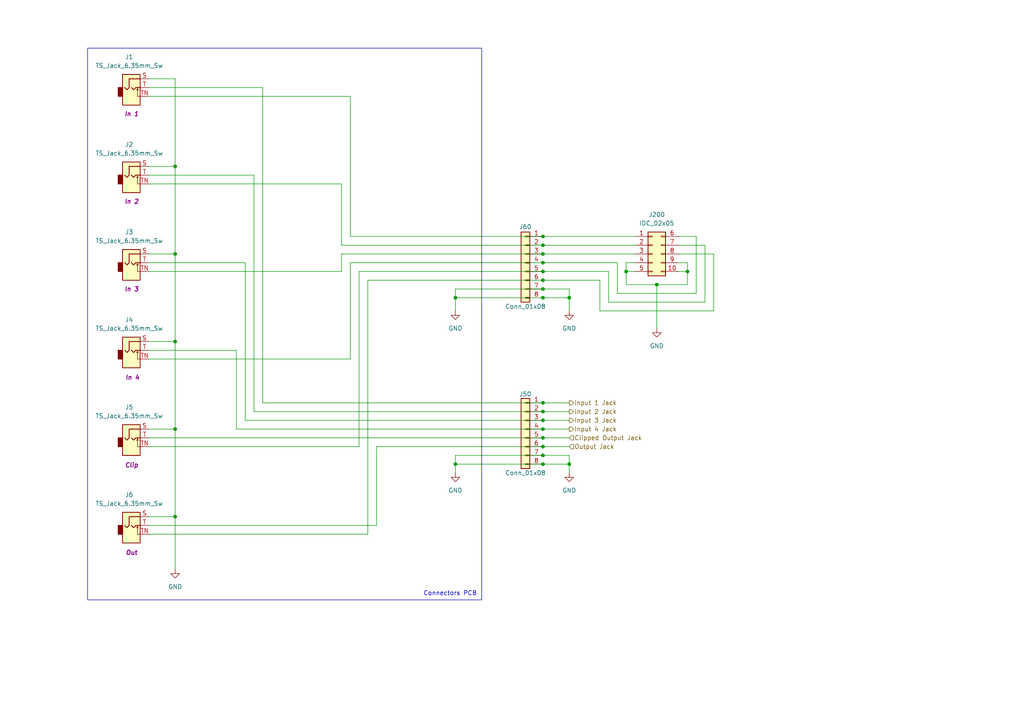
<source format=kicad_sch>
(kicad_sch (version 20231120) (generator "eeschema") (generator_version "8.0")
  (paper "A4")
  (title_block (company "DMH Instruments") (comment 1 "PCB for 5 cm Kosmo format synthesizer module"))
  (lib_symbols
    (symbol "Connector_Generic:Conn_01x08" (pin_names (offset 1.016) hide)
      (property "Reference" "J" (at 0 10.16 0))
      (property "Value" "Conn_01x08" (at 0 -12.7 0))
      (symbol "Conn_01x08_1_1"
        (rectangle (start -1.27 -10.033) (end 0 -10.287) (stroke (width 0.1524)))
        (rectangle (start -1.27 -7.493) (end 0 -7.747) (stroke (width 0.1524)))
        (rectangle (start -1.27 -4.953) (end 0 -5.207) (stroke (width 0.1524)))
        (rectangle (start -1.27 -2.413) (end 0 -2.667) (stroke (width 0.1524)))
        (rectangle (start -1.27 0.127) (end 0 -0.127) (stroke (width 0.1524)))
        (rectangle (start -1.27 2.667) (end 0 2.413) (stroke (width 0.1524)))
        (rectangle (start -1.27 5.207) (end 0 4.953) (stroke (width 0.1524)))
        (rectangle (start -1.27 7.747) (end 0 7.493) (stroke (width 0.1524)))
        (rectangle (start -1.27 8.89) (end 1.27 -11.43) (stroke (width 0.254)) (fill (type background)))
        (pin passive line (at -5.08 7.62 0) (length 3.81) (name "Pin_1") (number "1"))
        (pin passive line (at -5.08 5.08 0) (length 3.81) (name "Pin_2") (number "2"))
        (pin passive line (at -5.08 2.54 0) (length 3.81) (name "Pin_3") (number "3"))
        (pin passive line (at -5.08 0 0) (length 3.81) (name "Pin_4") (number "4"))
        (pin passive line (at -5.08 -2.54 0) (length 3.81) (name "Pin_5") (number "5"))
        (pin passive line (at -5.08 -5.08 0) (length 3.81) (name "Pin_6") (number "6"))
        (pin passive line (at -5.08 -7.62 0) (length 3.81) (name "Pin_7") (number "7"))
        (pin passive line (at -5.08 -10.16 0) (length 3.81) (name "Pin_8") (number "8"))
      )
    )
    (symbol "SynthStuff:BackBone_Connector_10Pin" (pin_names (offset 1.016) hide)
      (property "Reference" "J" (at 0 -10.922 0))
      (property "Value" "IDC_02x05" (at 0 -8.382 0))
      (symbol "BackBone_Connector_10Pin_1_1"
        (rectangle (start -2.54 -4.953) (end -1.27 -5.207) (stroke (width 0.1524)))
        (rectangle (start -2.54 -2.413) (end -1.27 -2.667) (stroke (width 0.1524)))
        (rectangle (start -2.54 0.127) (end -1.27 -0.127) (stroke (width 0.1524)))
        (rectangle (start -2.54 2.667) (end -1.27 2.413) (stroke (width 0.1524)))
        (rectangle (start -2.54 5.207) (end -1.27 4.953) (stroke (width 0.1524)))
        (rectangle (start -2.54 6.35) (end 2.54 -6.35) (stroke (width 0.254)) (fill (type background)))
        (rectangle (start 2.54 -4.953) (end 1.27 -5.207) (stroke (width 0.1524)))
        (rectangle (start 2.54 -2.413) (end 1.27 -2.667) (stroke (width 0.1524)))
        (rectangle (start 2.54 0.127) (end 1.27 -0.127) (stroke (width 0.1524)))
        (rectangle (start 2.54 2.667) (end 1.27 2.413) (stroke (width 0.1524)))
        (rectangle (start 2.54 5.207) (end 1.27 4.953) (stroke (width 0.1524)))
        (pin passive line (at -6.35 5.08 0) (length 3.81) (name "Pin_1") (number "1"))
        (pin passive line (at 6.35 -5.08 180) (length 3.81) (name "Pin_10") (number "10"))
        (pin passive line (at -6.35 2.54 0) (length 3.81) (name "Pin_2") (number "2"))
        (pin passive line (at -6.35 0 0) (length 3.81) (name "Pin_3") (number "3"))
        (pin passive line (at -6.35 -2.54 0) (length 3.81) (name "Pin_4") (number "4"))
        (pin passive line (at -6.35 -5.08 0) (length 3.81) (name "Pin_5") (number "5"))
        (pin passive line (at 6.35 5.08 180) (length 3.81) (name "Pin_6") (number "6"))
        (pin passive line (at 6.35 2.54 180) (length 3.81) (name "Pin_7") (number "7"))
        (pin passive line (at 6.35 0 180) (length 3.81) (name "Pin_8") (number "8"))
        (pin passive line (at 6.35 -2.54 180) (length 3.81) (name "Pin_9") (number "9"))
      )
    )
    (symbol "SynthStuff:TS_Jack_6.35mm_Sw"
      (property "Reference" "J" (at -0.635 8.89 0))
      (property "Value" "TS_Jack_6.35mm_Sw" (at -0.635 6.35 0))
      (symbol "TS_Jack_6.35mm_Sw_0_1"
        (rectangle (start -2.54 0) (end -3.81 -2.54) (stroke (width 0.254)) (fill (type outline)))
        (polyline (pts (xy 1.778 -0.254) (xy 2.032 -0.762)))
        (polyline (pts (xy 0 0) (xy 0.635 -0.635) (xy 1.27 0) (xy 2.54 0)) (stroke (width 0.254)))
        (polyline (pts (xy 2.54 -2.54) (xy 1.778 -2.54) (xy 1.778 -0.254) (xy 1.524 -0.762)))
        (polyline (pts (xy 2.54 2.54) (xy -0.635 2.54) (xy -0.635 0) (xy -1.27 -0.635) (xy -1.905 0)) (stroke (width 0.254)))
        (rectangle (start 2.54 3.81) (end -2.54 -5.08) (stroke (width 0.254)) (fill (type background)))
      )
      (symbol "TS_Jack_6.35mm_Sw_1_1"
        (pin passive line (at 5.08 2.54 180) (length 2.54) (name "~") (number "S"))
        (pin passive line (at 5.08 0 180) (length 2.54) (name "~") (number "T"))
        (pin passive line (at 5.08 -2.54 180) (length 2.54) (name "~") (number "TN"))
      )
    )
    (symbol "power:GND" (power) (pin_numbers hide) (pin_names (offset 0) hide)
      (property "Value" "GND" (at 0 -3.81 0))
      (symbol "GND_0_1"
        (polyline (pts (xy 0 0) (xy 0 -1.27) (xy 1.27 -1.27) (xy 0 -2.54) (xy -1.27 -1.27) (xy 0 -1.27)))
      )
      (symbol "GND_1_1"
        (pin power_in line (at 0 0 270) (length 0) (name "~") (number "1"))
      )
    )
  )
  (junction (at 157.48 86.36))
  (junction (at 157.48 116.84))
  (junction (at 157.48 127))
  (junction (at 165.1 86.36))
  (junction (at 157.48 134.62))
  (junction (at 157.48 81.28))
  (junction (at 199.39 78.74))
  (junction (at 157.48 83.82))
  (junction (at 50.8 124.46))
  (junction (at 190.5 82.55))
  (junction (at 165.1 134.62))
  (junction (at 157.48 71.12))
  (junction (at 157.48 132.08))
  (junction (at 132.08 86.36))
  (junction (at 157.48 129.54))
  (junction (at 157.48 124.46))
  (junction (at 50.8 73.66))
  (junction (at 157.48 119.38))
  (junction (at 181.61 78.74))
  (junction (at 157.48 76.2))
  (junction (at 157.48 78.74))
  (junction (at 157.48 121.92))
  (junction (at 157.48 68.58))
  (junction (at 50.8 48.26))
  (junction (at 50.8 149.86))
  (junction (at 132.08 134.62))
  (junction (at 50.8 99.06))
  (junction (at 157.48 73.66))
  (wire (pts (xy 43.18 104.14) (xy 101.6 104.14)))
  (wire (pts (xy 199.39 76.2) (xy 199.39 78.74)))
  (wire (pts (xy 157.48 134.62) (xy 165.1 134.62)))
  (wire (pts (xy 50.8 149.86) (xy 50.8 165.1)))
  (wire (pts (xy 173.99 90.17) (xy 207.01 90.17)))
  (wire (pts (xy 43.18 127) (xy 157.48 127)))
  (wire (pts (xy 165.1 83.82) (xy 165.1 86.36)))
  (wire (pts (xy 43.18 149.86) (xy 50.8 149.86)))
  (wire (pts (xy 50.8 22.86) (xy 50.8 48.26)))
  (wire (pts (xy 132.08 90.17) (xy 132.08 86.36)))
  (wire (pts (xy 190.5 82.55) (xy 181.61 82.55)))
  (wire (pts (xy 43.18 78.74) (xy 99.06 78.74)))
  (wire (pts (xy 101.6 104.14) (xy 101.6 76.2)))
  (wire (pts (xy 132.08 134.62) (xy 157.48 134.62)))
  (wire (pts (xy 132.08 86.36) (xy 157.48 86.36)))
  (wire (pts (xy 132.08 132.08) (xy 157.48 132.08)))
  (wire (pts (xy 157.48 124.46) (xy 165.1 124.46)))
  (wire (pts (xy 157.48 71.12) (xy 184.15 71.12)))
  (wire (pts (xy 43.18 129.54) (xy 104.14 129.54)))
  (wire (pts (xy 43.18 152.4) (xy 109.22 152.4)))
  (wire (pts (xy 207.01 73.66) (xy 196.85 73.66)))
  (wire (pts (xy 99.06 78.74) (xy 99.06 73.66)))
  (wire (pts (xy 50.8 73.66) (xy 50.8 48.26)))
  (wire (pts (xy 201.93 85.09) (xy 201.93 68.58)))
  (wire (pts (xy 43.18 76.2) (xy 71.12 76.2)))
  (wire (pts (xy 132.08 134.62) (xy 132.08 132.08)))
  (wire (pts (xy 157.48 129.54) (xy 165.1 129.54)))
  (wire (pts (xy 43.18 73.66) (xy 50.8 73.66)))
  (wire (pts (xy 101.6 68.58) (xy 157.48 68.58)))
  (wire (pts (xy 157.48 86.36) (xy 165.1 86.36)))
  (wire (pts (xy 207.01 90.17) (xy 207.01 73.66)))
  (wire (pts (xy 176.53 87.63) (xy 204.47 87.63)))
  (wire (pts (xy 71.12 121.92) (xy 157.48 121.92)))
  (wire (pts (xy 50.8 22.86) (xy 43.18 22.86)))
  (wire (pts (xy 101.6 27.94) (xy 101.6 68.58)))
  (wire (pts (xy 196.85 76.2) (xy 199.39 76.2)))
  (wire (pts (xy 43.18 25.4) (xy 76.2 25.4)))
  (wire (pts (xy 176.53 78.74) (xy 176.53 87.63)))
  (wire (pts (xy 179.07 85.09) (xy 201.93 85.09)))
  (wire (pts (xy 157.48 73.66) (xy 184.15 73.66)))
  (wire (pts (xy 157.48 116.84) (xy 165.1 116.84)))
  (wire (pts (xy 104.14 78.74) (xy 157.48 78.74)))
  (wire (pts (xy 43.18 48.26) (xy 50.8 48.26)))
  (wire (pts (xy 132.08 137.16) (xy 132.08 134.62)))
  (wire (pts (xy 157.48 68.58) (xy 184.15 68.58)))
  (wire (pts (xy 157.48 78.74) (xy 176.53 78.74)))
  (wire (pts (xy 179.07 76.2) (xy 179.07 85.09)))
  (wire (pts (xy 181.61 76.2) (xy 184.15 76.2)))
  (wire (pts (xy 50.8 124.46) (xy 50.8 149.86)))
  (wire (pts (xy 165.1 86.36) (xy 165.1 90.17)))
  (wire (pts (xy 71.12 76.2) (xy 71.12 121.92)))
  (wire (pts (xy 73.66 119.38) (xy 157.48 119.38)))
  (wire (pts (xy 106.68 81.28) (xy 157.48 81.28)))
  (wire (pts (xy 50.8 99.06) (xy 50.8 124.46)))
  (wire (pts (xy 50.8 73.66) (xy 50.8 99.06)))
  (wire (pts (xy 68.58 124.46) (xy 157.48 124.46)))
  (wire (pts (xy 76.2 25.4) (xy 76.2 116.84)))
  (wire (pts (xy 43.18 27.94) (xy 101.6 27.94)))
  (wire (pts (xy 43.18 99.06) (xy 50.8 99.06)))
  (wire (pts (xy 43.18 124.46) (xy 50.8 124.46)))
  (wire (pts (xy 157.48 127) (xy 165.1 127)))
  (wire (pts (xy 157.48 81.28) (xy 173.99 81.28)))
  (wire (pts (xy 199.39 78.74) (xy 199.39 82.55)))
  (wire (pts (xy 157.48 83.82) (xy 165.1 83.82)))
  (wire (pts (xy 201.93 68.58) (xy 196.85 68.58)))
  (wire (pts (xy 181.61 78.74) (xy 181.61 76.2)))
  (wire (pts (xy 109.22 129.54) (xy 157.48 129.54)))
  (wire (pts (xy 184.15 78.74) (xy 181.61 78.74)))
  (wire (pts (xy 132.08 86.36) (xy 132.08 83.82)))
  (wire (pts (xy 109.22 152.4) (xy 109.22 129.54)))
  (wire (pts (xy 76.2 116.84) (xy 157.48 116.84)))
  (wire (pts (xy 43.18 101.6) (xy 68.58 101.6)))
  (wire (pts (xy 43.18 154.94) (xy 106.68 154.94)))
  (wire (pts (xy 157.48 121.92) (xy 165.1 121.92)))
  (wire (pts (xy 99.06 73.66) (xy 157.48 73.66)))
  (wire (pts (xy 43.18 50.8) (xy 73.66 50.8)))
  (wire (pts (xy 196.85 78.74) (xy 199.39 78.74)))
  (wire (pts (xy 165.1 132.08) (xy 165.1 134.62)))
  (wire (pts (xy 99.06 53.34) (xy 99.06 71.12)))
  (wire (pts (xy 199.39 82.55) (xy 190.5 82.55)))
  (wire (pts (xy 204.47 71.12) (xy 196.85 71.12)))
  (wire (pts (xy 204.47 87.63) (xy 204.47 71.12)))
  (wire (pts (xy 165.1 134.62) (xy 165.1 137.16)))
  (wire (pts (xy 43.18 53.34) (xy 99.06 53.34)))
  (wire (pts (xy 157.48 76.2) (xy 179.07 76.2)))
  (wire (pts (xy 157.48 119.38) (xy 165.1 119.38)))
  (wire (pts (xy 190.5 82.55) (xy 190.5 95.25)))
  (wire (pts (xy 99.06 71.12) (xy 157.48 71.12)))
  (wire (pts (xy 132.08 83.82) (xy 157.48 83.82)))
  (wire (pts (xy 73.66 50.8) (xy 73.66 119.38)))
  (wire (pts (xy 157.48 132.08) (xy 165.1 132.08)))
  (wire (pts (xy 104.14 129.54) (xy 104.14 78.74)))
  (wire (pts (xy 173.99 81.28) (xy 173.99 90.17)))
  (wire (pts (xy 101.6 76.2) (xy 157.48 76.2)))
  (wire (pts (xy 106.68 154.94) (xy 106.68 81.28)))
  (wire (pts (xy 181.61 78.74) (xy 181.61 82.55)))
  (wire (pts (xy 68.58 101.6) (xy 68.58 124.46)))
  (rectangle (start 25.4 13.97) (end 139.7 173.99))
  (text "Connectors PCB" (at 130.556 172.212 0) (effects (font (size 1.27 1.27))))
  (hierarchical_label "Input 4 Jack" (shape output) (at 165.1 124.46 0))
  (hierarchical_label "Clipped Output Jack" (shape input) (at 165.1 127 0))
  (hierarchical_label "Input 3 Jack" (shape output) (at 165.1 121.92 0))
  (hierarchical_label "Input 2 Jack" (shape output) (at 165.1 119.38 0))
  (hierarchical_label "Output Jack" (shape input) (at 165.1 129.54 0))
  (hierarchical_label "Input 1 Jack" (shape output) (at 165.1 116.84 0))
  (symbol (lib_id "Connector_Generic:Conn_01x08") (at 152.4 76.2 0) (mirror y) (unit 1)
    (property "Reference" "J60" (at 154.178 65.786 0) (effects (justify left)))
    (property "Value" "Conn_01x08" (at 152.4 88.9 0))
    (property "Footprint" "Connector_PinSocket_2.54mm:PinSocket_1x08_P2.54mm_Vertical" (effects (hide yes)))
    (property "Description" "Generic connector, single row, 01x08, script generated (kicad-library-utils/schlib/autogen/connector/)" (effects (hide yes)))
  )
  (symbol (lib_id "power:GND") (at 190.5 95.25 0) (unit 1)
    (property "Reference" "#PWR019" (effects (hide yes)))
    (property "Value" "GND" (at 190.5 100.33 0))
    (property "Description" "Power symbol creates a global label with name \"GND\" , ground" (effects (hide yes)))
  )
  (symbol (lib_id "SynthStuff:TS_Jack_6.35mm_Sw") (at 38.1 25.4 0) (unit 1) (on_board no)
    (property "Reference" "J1" (at 37.465 16.51 0))
    (property "Value" "TS_Jack_6.35mm_Sw" (at 37.465 19.05 0))
    (property "Footprint" "SynthStuff:CUI_MJ-63052A" (effects (hide yes)))
    (property "Description" "Audio Jack, 2 Poles (Mono / TS), Switched T Pole (Normalling), 6.35mm, 1/4inch" (effects (hide yes)))
    (property "Function" "In 1" (at 38.1 33.02 0) (effects (font (thickness 0.254) (bold yes) (italic yes))))
  )
  (symbol (lib_id "SynthStuff:BackBone_Connector_10Pin") (at 190.5 73.66 0) (unit 1)
    (property "Reference" "J200" (at 190.5 62.23 0))
    (property "Value" "IDC_02x05" (at 190.5 64.77 0))
    (property "Footprint" "SynthStuff:IDC-Header_2x05_P2.54mm_Vertical_BackBone" (effects (hide yes)))
    (property "Description" "IDC jack, 2x5 pins, row a carries same signals as row b." (effects (hide yes)))
  )
  (symbol (lib_id "power:GND") (at 132.08 137.16 0) (unit 1)
    (property "Reference" "#PWR023" (effects (hide yes)))
    (property "Value" "GND" (at 132.08 142.24 0))
    (property "Description" "Power symbol creates a global label with name \"GND\" , ground" (effects (hide yes)))
  )
  (symbol (lib_id "power:GND") (at 165.1 90.17 0) (unit 1)
    (property "Reference" "#PWR021" (effects (hide yes)))
    (property "Value" "GND" (at 165.1 95.25 0))
    (property "Description" "Power symbol creates a global label with name \"GND\" , ground" (effects (hide yes)))
  )
  (symbol (lib_id "power:GND") (at 132.08 90.17 0) (unit 1)
    (property "Reference" "#PWR022" (effects (hide yes)))
    (property "Value" "GND" (at 132.08 95.25 0))
    (property "Description" "Power symbol creates a global label with name \"GND\" , ground" (effects (hide yes)))
  )
  (symbol (lib_id "SynthStuff:TS_Jack_6.35mm_Sw") (at 38.1 152.4 0) (unit 1) (on_board no)
    (property "Reference" "J6" (at 37.465 143.51 0))
    (property "Value" "TS_Jack_6.35mm_Sw" (at 37.465 146.05 0))
    (property "Footprint" "SynthStuff:CUI_MJ-63052A" (effects (hide yes)))
    (property "Description" "Audio Jack, 2 Poles (Mono / TS), Switched T Pole (Normalling), 6.35mm, 1/4inch" (effects (hide yes)))
    (property "Function" "Out" (at 38.1 160.274 0) (effects (font (thickness 0.254) (bold yes) (italic yes))))
  )
  (symbol (lib_id "SynthStuff:TS_Jack_6.35mm_Sw") (at 38.1 50.8 0) (unit 1) (on_board no)
    (property "Reference" "J2" (at 37.465 41.91 0))
    (property "Value" "TS_Jack_6.35mm_Sw" (at 37.465 44.45 0))
    (property "Footprint" "SynthStuff:CUI_MJ-63052A" (effects (hide yes)))
    (property "Description" "Audio Jack, 2 Poles (Mono / TS), Switched T Pole (Normalling), 6.35mm, 1/4inch" (effects (hide yes)))
    (property "Function" "In 2" (at 38.1 58.42 0) (effects (font (thickness 0.254) (bold yes) (italic yes))))
  )
  (symbol (lib_id "power:GND") (at 50.8 165.1 0) (unit 1) (on_board no)
    (property "Reference" "#PWR01" (effects (hide yes)))
    (property "Value" "GND" (at 50.8 170.18 0))
    (property "Description" "Power symbol creates a global label with name \"GND\" , ground" (effects (hide yes)))
  )
  (symbol (lib_id "SynthStuff:TS_Jack_6.35mm_Sw") (at 38.1 76.2 0) (unit 1) (on_board no)
    (property "Reference" "J3" (at 37.465 67.31 0))
    (property "Value" "TS_Jack_6.35mm_Sw" (at 37.465 69.85 0))
    (property "Footprint" "SynthStuff:CUI_MJ-63052A" (effects (hide yes)))
    (property "Description" "Audio Jack, 2 Poles (Mono / TS), Switched T Pole (Normalling), 6.35mm, 1/4inch" (effects (hide yes)))
    (property "Function" "In 3" (at 38.1 83.82 0) (effects (font (thickness 0.254) (bold yes) (italic yes))))
  )
  (symbol (lib_id "SynthStuff:TS_Jack_6.35mm_Sw") (at 38.1 127 0) (unit 1) (on_board no)
    (property "Reference" "J5" (at 37.465 118.11 0))
    (property "Value" "TS_Jack_6.35mm_Sw" (at 37.465 120.65 0))
    (property "Footprint" "SynthStuff:CUI_MJ-63052A" (effects (hide yes)))
    (property "Description" "Audio Jack, 2 Poles (Mono / TS), Switched T Pole (Normalling), 6.35mm, 1/4inch" (effects (hide yes)))
    (property "Function" "Clip" (at 38.1 134.874 0) (effects (font (thickness 0.254) (bold yes) (italic yes))))
  )
  (symbol (lib_id "Connector_Generic:Conn_01x08") (at 152.4 124.46 0) (mirror y) (unit 1)
    (property "Reference" "J50" (at 154.178 114.3 0) (effects (justify left)))
    (property "Value" "Conn_01x08" (at 152.4 137.16 0))
    (property "Footprint" "Connector_PinSocket_2.54mm:PinSocket_1x08_P2.54mm_Vertical" (effects (hide yes)))
    (property "Description" "Generic connector, single row, 01x08, script generated (kicad-library-utils/schlib/autogen/connector/)" (effects (hide yes)))
  )
  (symbol (lib_id "power:GND") (at 165.1 137.16 0) (unit 1)
    (property "Reference" "#PWR020" (effects (hide yes)))
    (property "Value" "GND" (at 165.1 142.24 0))
    (property "Description" "Power symbol creates a global label with name \"GND\" , ground" (effects (hide yes)))
  )
  (symbol (lib_id "SynthStuff:TS_Jack_6.35mm_Sw") (at 38.1 101.6 0) (unit 1) (on_board no)
    (property "Reference" "J4" (at 37.465 92.71 0))
    (property "Value" "TS_Jack_6.35mm_Sw" (at 37.465 95.25 0))
    (property "Footprint" "SynthStuff:CUI_MJ-63052A" (effects (hide yes)))
    (property "Description" "Audio Jack, 2 Poles (Mono / TS), Switched T Pole (Normalling), 6.35mm, 1/4inch" (effects (hide yes)))
    (property "Function" "In 4" (at 38.354 109.474 0) (effects (font (thickness 0.254) (bold yes) (italic yes))))
  )
)
</source>
